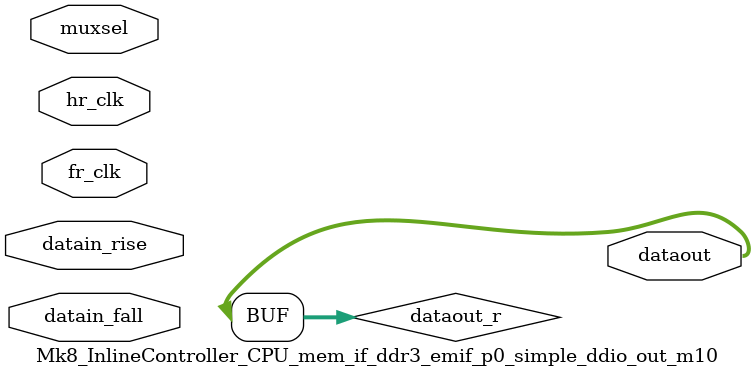
<source format=sv>




`timescale 1 ps / 1 ps

module Mk8_InlineController_CPU_mem_if_ddr3_emif_p0_simple_ddio_out_m10(
	hr_clk,
	fr_clk,
	datain_rise,
        datain_fall,
        muxsel,
	dataout
);

// *****************************************************************
// BEGIN PARAMETER SECTION

parameter DATA_WIDTH = ""; 

// END PARAMETER SECTION
// *****************************************************************

input	hr_clk;
input   fr_clk;
input	[DATA_WIDTH-1:0] datain_rise;
input   [DATA_WIDTH-1:0] datain_fall;
input   muxsel;
output	[DATA_WIDTH-1:0] dataout;

generate
genvar i, j;
	(* altera_attribute = {"-name ALLOW_SYNCH_CTRL_USAGE OFF"}*) reg [DATA_WIDTH-1:0] datain_r /* synthesis dont_merge syn_noprune syn_preserve = 1 */;
	(* altera_attribute = {"-name ALLOW_SYNCH_CTRL_USAGE OFF"}*) reg [DATA_WIDTH-1:0] datain_f /* synthesis dont_merge syn_noprune syn_preserve = 1 */;


        always_ff @ (posedge hr_clk )
	begin
		datain_r <= datain_rise;
	end

        always_ff @ (negedge hr_clk)
        begin
                datain_f <= datain_fall;
        end


	reg [DATA_WIDTH-1:0] dataout_r /* synthesis dont_merge syn_noprune syn_preserve = 1 */;
	for (i=0; i<DATA_WIDTH; i=i+1)
	begin: ddio_group

                always_ff @ (posedge fr_clk)
                begin
                        if (muxsel)
                        begin
			        dataout_r[i] <= datain_f;
                        end else begin
                                dataout_r[i] <= datain_r;
                        end
		end
	end
	
	assign dataout = dataout_r;
	
endgenerate
endmodule

</source>
